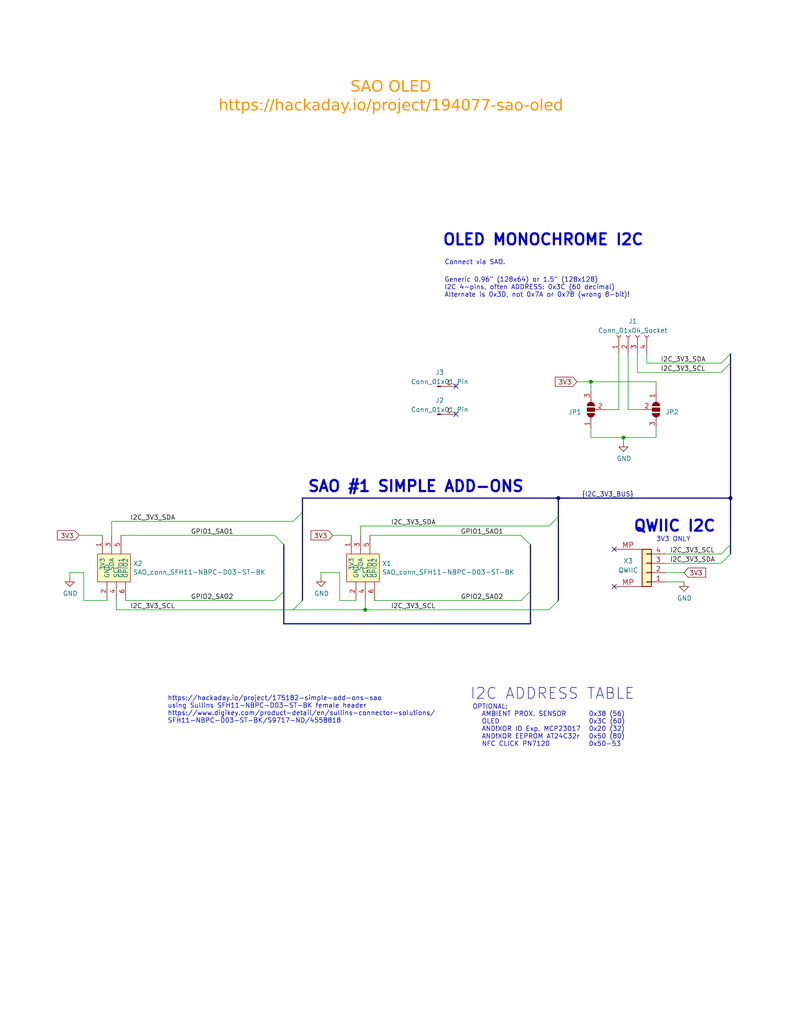
<source format=kicad_sch>
(kicad_sch (version 20231120) (generator "eeschema") (generator_version "8.0")
  (paper "A" portrait)
  (title_block (title "SAO_OLED") (date "2023-09-17") (rev "0.1") (company "Concept and design by Andy Geppert @ www.MachineIdeas.com") (comment 3 "As prototyped") (comment 4 "All non-polarized capacitors are X7R or X5R ceramic unless otherwise noted."))
  (lib_symbols
    (symbol "CORE_64_LIBRARY:Connector_QWIIC_4x1_MP" (pin_names (offset 1.016) hide)
      (property "Reference" "J" (at 0 5.08 0))
      (property "Value" "Connector_QWIIC_4x1_MP" (at 0 -7.62 0))
      (symbol "Connector_QWIIC_4x1_MP_1_1"
        (rectangle (start -1.27 -4.953) (end 0 -5.207) (stroke (width 0.1524)))
        (rectangle (start -1.27 -2.413) (end 0 -2.667) (stroke (width 0.1524)))
        (rectangle (start -1.27 0.127) (end 0 -0.127) (stroke (width 0.1524)))
        (rectangle (start -1.27 2.667) (end 0 2.413) (stroke (width 0.1524)))
        (rectangle (start -1.27 3.81) (end 1.27 -6.35) (stroke (width 0.254)) (fill (type background)))
        (pin passive line (at -5.08 2.54 0) (length 3.81) (name "Pin_1") (number "1"))
        (pin passive line (at -5.08 0 0) (length 3.81) (name "Pin_2") (number "2"))
        (pin passive line (at -5.08 -2.54 0) (length 3.81) (name "Pin_3") (number "3"))
        (pin passive line (at -5.08 -5.08 0) (length 3.81) (name "Pin_4") (number "4"))
        (pin free line (at 8.89 -6.35 180) (length 7.62) (name "MP") (number "MP"))
        (pin free line (at 8.89 3.81 180) (length 7.62) (name "MP") (number "MP"))
      )
    )
    (symbol "CORE_64_LIBRARY:SAO_conn_SFH11-NBPC-D03-ST-BK-badgelife_shitty_addon_v169bis" (pin_names (offset 1.016))
      (property "Reference" "X2" (at 4.5466 -0.0762 0))
      (property "Value" "SAO_conn_SFH11-NBPC-D03-ST-BK-badgelife_shitty_addon_v169bis" (at 4.5466 -2.4384 0))
      (symbol "SAO_conn_SFH11-NBPC-D03-ST-BK-badgelife_shitty_addon_v169bis_0_1"
        (rectangle (start -5.08 2.54) (end 3.81 -5.08) (fill (type background)))
      )
      (symbol "SAO_conn_SFH11-NBPC-D03-ST-BK-badgelife_shitty_addon_v169bis_1_1"
        (pin input line (at -3.81 7.62 270) (length 5.08) (name "3V3") (number "1"))
        (pin input line (at -2.54 -10.16 90) (length 5.08) (name "GND") (number "2"))
        (pin input line (at -1.27 7.62 270) (length 5.08) (name "SDA") (number "3"))
        (pin input line (at 0 -10.16 90) (length 5.08) (name "SCL") (number "4"))
        (pin input line (at 1.27 7.62 270) (length 5.08) (name "GPIO1") (number "5"))
        (pin input line (at 2.54 -10.16 90) (length 5.08) (name "GPIO2") (number "6"))
      )
    )
    (symbol "CORE_64_LIBRARY:SolderJumper_3_Open-Jumper" (pin_names (offset 0) hide)
      (property "Reference" "JP1" (at -1.27 2.54 90))
      (symbol "SolderJumper_3_Open-Jumper_0_1"
        (arc (start -1.016 1.016) (mid -2.0276 0) (end -1.016 -1.016))
        (arc (start -1.016 1.016) (mid -2.0276 0) (end -1.016 -1.016) (fill (type outline)))
        (rectangle (start -0.508 1.016) (end 0.508 -1.016) (fill (type outline)))
        (polyline (pts (xy -2.54 0) (xy -2.032 0)))
        (polyline (pts (xy -1.016 1.016) (xy -1.016 -1.016)))
        (polyline (pts (xy 0 -1.27) (xy 0 -1.016)))
        (polyline (pts (xy 1.016 1.016) (xy 1.016 -1.016)))
        (polyline (pts (xy 2.54 0) (xy 2.032 0)))
        (arc (start 1.016 -1.016) (mid 2.0276 0) (end 1.016 1.016))
        (arc (start 1.016 -1.016) (mid 2.0276 0) (end 1.016 1.016) (fill (type outline)))
      )
      (symbol "SolderJumper_3_Open-Jumper_1_1"
        (pin passive line (at -5.08 0 0) (length 2.54) (name "A") (number "1"))
        (pin input line (at 0 -3.81 90) (length 2.54) (name "C") (number "2"))
        (pin passive line (at 5.08 0 180) (length 2.54) (name "B") (number "3"))
      )
    )
    (symbol "Connector:Conn_01x01_Pin" (pin_names (offset 1.016) hide)
      (property "Reference" "J" (at 0 2.54 0))
      (property "Value" "Conn_01x01_Pin" (at 0 -2.54 0))
      (symbol "Conn_01x01_Pin_1_1"
        (polyline (pts (xy 1.27 0) (xy 0.8636 0)) (stroke (width 0.1524)))
        (rectangle (start 0.8636 0.127) (end 0 -0.127) (stroke (width 0.1524)) (fill (type outline)))
        (pin passive line (at 5.08 0 180) (length 3.81) (name "Pin_1") (number "1"))
      )
    )
    (symbol "Connector:Conn_01x04_Socket" (pin_names (offset 1.016) hide)
      (property "Reference" "J" (at 0 5.08 0))
      (property "Value" "Conn_01x04_Socket" (at 0 -7.62 0))
      (symbol "Conn_01x04_Socket_1_1"
        (arc (start 0 -4.572) (mid -0.5058 -5.08) (end 0 -5.588) (stroke (width 0.1524)))
        (arc (start 0 -2.032) (mid -0.5058 -2.54) (end 0 -3.048) (stroke (width 0.1524)))
        (polyline (pts (xy -1.27 -5.08) (xy -0.508 -5.08)) (stroke (width 0.1524)))
        (polyline (pts (xy -1.27 -2.54) (xy -0.508 -2.54)) (stroke (width 0.1524)))
        (polyline (pts (xy -1.27 0) (xy -0.508 0)) (stroke (width 0.1524)))
        (polyline (pts (xy -1.27 2.54) (xy -0.508 2.54)) (stroke (width 0.1524)))
        (arc (start 0 0.508) (mid -0.5058 0) (end 0 -0.508) (stroke (width 0.1524)))
        (arc (start 0 3.048) (mid -0.5058 2.54) (end 0 2.032) (stroke (width 0.1524)))
        (pin passive line (at -5.08 2.54 0) (length 3.81) (name "Pin_1") (number "1"))
        (pin passive line (at -5.08 0 0) (length 3.81) (name "Pin_2") (number "2"))
        (pin passive line (at -5.08 -2.54 0) (length 3.81) (name "Pin_3") (number "3"))
        (pin passive line (at -5.08 -5.08 0) (length 3.81) (name "Pin_4") (number "4"))
      )
    )
    (symbol "power:GND" (power) (pin_names (offset 0))
      (property "Value" "GND" (at 0 -3.81 0))
      (symbol "GND_0_1"
        (polyline (pts (xy 0 0) (xy 0 -1.27) (xy 1.27 -1.27) (xy 0 -2.54) (xy -1.27 -1.27) (xy 0 -1.27)))
      )
      (symbol "GND_1_1"
        (pin power_in line (at 0 0 270) (length 0) hide (name "GND") (number "1"))
      )
    )
  )
  (bus_alias "CA_SHIFT_REGISTER_BUS" (members "CM_SR_CLK" "CM_SR_LAT" "CM_SR_~{OE}" "CM_SR_SER1"))
  (bus_alias "CM_TRANSISTOR_DRIVE_BUS" (members "CM_Q1N" "CM_Q1P" "CM_Q2N" "CM_Q2P" "CM_Q3N" "CM_Q3P" "CM_Q4N" "CM_Q4P" "CM_Q5N" "CM_Q5P" "CM_Q6N" "CM_Q6P" "CM_Q7N" "CM_Q7P" "CM_Q8N" "CM_Q8P" "CM_Q9N" "CM_Q9P" "CM_Q10N" "CM_Q10P" "CA_SR_GPO_A" "CA_SR_GPO_B" "CA_SR_GPO_C" "CA_SR_GPO_D"))
  (bus_alias "GPIO_CPS_BUS" (members "GPIO1_CP1_SAO1" "GPIO2_CP2_SAO2" "GPIO3_CP3_DC" "GPIO4_CP4_CS2" "GPIO5_CP5_HS1" "GPIO6_CP6_HS2" "GPIO7_CP7_HS3" "GPIO8_CP8_HS4"))
  (bus_alias "I2C_3V3_BUS" (members "I2C_3V3_SCL" "I2C_3V3_SDA"))
  (bus_alias "SPI_3V3_BUS" (members "SPI_CD" "SPI_RESET" "SPI_SDI" "SPI_CS1" "SPI_CLK" "SPI_SDO"))
  (junction (at 152.4 135.89))
  (junction (at 161.29 104.14))
  (junction (at 99.695 166.37))
  (junction (at 170.18 119.38))
  (junction (at 199.39 135.89))
  (no_connect (at 124.46 105.41))
  (no_connect (at 167.64 160.02))
  (no_connect (at 167.64 149.86))
  (no_connect (at 124.46 113.03))
  (bus_entry (at 77.47 148.59) (size -2.54 -2.54))
  (bus_entry (at 80.01 166.37) (size 2.54 -2.54))
  (bus_entry (at 149.86 143.51) (size 2.54 -2.54))
  (bus_entry (at 196.85 151.13) (size 2.54 -2.54))
  (bus_entry (at 196.85 153.67) (size 2.54 -2.54))
  (bus_entry (at 144.78 148.59) (size -2.54 -2.54))
  (bus_entry (at 142.24 163.83) (size 2.54 -2.54))
  (bus_entry (at 80.01 142.24) (size 2.54 -2.54))
  (bus_entry (at 74.93 163.83) (size 2.54 -2.54))
  (bus_entry (at 149.86 166.37) (size 2.54 -2.54))
  (bus_entry (at 196.85 101.6) (size 2.54 -2.54))
  (bus_entry (at 196.85 99.06) (size 2.54 -2.54))
  (wire (pts (xy 181.61 158.75) (xy 186.69 158.75)))
  (wire (pts (xy 176.53 99.06) (xy 176.53 96.52)))
  (wire (pts (xy 99.695 166.37) (xy 149.86 166.37)))
  (wire (pts (xy 168.91 96.52) (xy 168.91 111.76)))
  (bus (pts (xy 152.4 135.89) (xy 82.55 135.89)))
  (wire (pts (xy 181.61 151.13) (xy 196.85 151.13)))
  (wire (pts (xy 176.53 99.06) (xy 196.85 99.06)))
  (wire (pts (xy 100.965 146.05) (xy 142.24 146.05)))
  (wire (pts (xy 21.59 146.05) (xy 27.94 146.05)))
  (bus (pts (xy 77.47 161.29) (xy 77.47 170.18)))
  (wire (pts (xy 31.75 166.37) (xy 80.01 166.37)))
  (wire (pts (xy 173.99 101.6) (xy 196.85 101.6)))
  (bus (pts (xy 199.39 135.89) (xy 199.39 148.59)))
  (wire (pts (xy 161.29 104.14) (xy 179.07 104.14)))
  (wire (pts (xy 30.48 142.24) (xy 80.01 142.24)))
  (bus (pts (xy 144.78 170.18) (xy 144.78 161.29)))
  (bus (pts (xy 199.39 96.52) (xy 199.39 99.06)))
  (wire (pts (xy 173.99 101.6) (xy 173.99 96.52)))
  (wire (pts (xy 99.695 166.37) (xy 99.695 163.83)))
  (wire (pts (xy 22.86 156.21) (xy 22.86 163.83)))
  (wire (pts (xy 19.05 157.48) (xy 19.05 156.21)))
  (wire (pts (xy 181.61 156.21) (xy 186.69 156.21)))
  (bus (pts (xy 199.39 148.59) (xy 199.39 151.13)))
  (bus (pts (xy 82.55 135.89) (xy 82.55 139.7)))
  (wire (pts (xy 165.1 111.76) (xy 168.91 111.76)))
  (wire (pts (xy 92.71 163.83) (xy 97.155 163.83)))
  (wire (pts (xy 161.29 116.84) (xy 161.29 119.38)))
  (wire (pts (xy 22.86 163.83) (xy 29.21 163.83)))
  (wire (pts (xy 34.29 163.83) (xy 74.93 163.83)))
  (wire (pts (xy 87.63 157.48) (xy 87.63 156.21)))
  (wire (pts (xy 19.05 156.21) (xy 22.86 156.21)))
  (wire (pts (xy 179.07 119.38) (xy 170.18 119.38)))
  (wire (pts (xy 161.29 104.14) (xy 161.29 106.68)))
  (wire (pts (xy 181.61 153.67) (xy 196.85 153.67)))
  (wire (pts (xy 33.02 146.05) (xy 74.93 146.05)))
  (bus (pts (xy 152.4 135.89) (xy 199.39 135.89)))
  (wire (pts (xy 87.63 156.21) (xy 92.71 156.21)))
  (wire (pts (xy 170.18 119.38) (xy 161.29 119.38)))
  (wire (pts (xy 31.75 163.83) (xy 31.75 166.37)))
  (wire (pts (xy 30.48 146.05) (xy 30.48 142.24)))
  (wire (pts (xy 171.45 111.76) (xy 175.26 111.76)))
  (bus (pts (xy 152.4 135.89) (xy 152.4 140.97)))
  (wire (pts (xy 179.07 116.84) (xy 179.07 119.38)))
  (wire (pts (xy 157.48 104.14) (xy 161.29 104.14)))
  (wire (pts (xy 80.01 166.37) (xy 99.695 166.37)))
  (bus (pts (xy 77.47 170.18) (xy 144.78 170.18)))
  (bus (pts (xy 82.55 139.7) (xy 82.55 163.83)))
  (wire (pts (xy 179.07 104.14) (xy 179.07 106.68)))
  (bus (pts (xy 199.39 99.06) (xy 199.39 135.89)))
  (wire (pts (xy 98.425 143.51) (xy 98.425 146.05)))
  (bus (pts (xy 77.47 148.59) (xy 77.47 161.29)))
  (wire (pts (xy 92.71 156.21) (xy 92.71 163.83)))
  (wire (pts (xy 170.18 119.38) (xy 170.18 120.65)))
  (wire (pts (xy 98.425 143.51) (xy 149.86 143.51)))
  (wire (pts (xy 171.45 96.52) (xy 171.45 111.76)))
  (wire (pts (xy 90.805 146.05) (xy 95.885 146.05)))
  (wire (pts (xy 102.235 163.83) (xy 142.24 163.83)))
  (bus (pts (xy 152.4 140.97) (xy 152.4 163.83)))
  (bus (pts (xy 144.78 161.29) (xy 144.78 148.59)))
  (text "AMBIENT PROX. SENSOR\nOLED\nAND!XOR IO Exp. MCP23017\nAND!XOR EEPROM AT24C32r\nNFC CLICK PN7120\n" (at 131.445 203.835 0) (effects (font (size 1.27 1.27)) (justify left bottom)))
  (text "https://hackaday.io/project/175182-simple-add-ons-sao\nusing Sullins SFH11-NBPC-D03-ST-BK female header\nhttps://www.digikey.com/product-detail/en/sullins-connector-solutions/\nSFH11-NBPC-D03-ST-BK/S9717-ND/4558818" (at 45.72 197.485 0) (effects (font (size 1.27 1.27)) (justify left bottom)))
  (text "SAO #1 SIMPLE ADD-ONS" (at 83.82 134.62 0) (effects (font (size 3 3) (thickness 0.6) (bold yes)) (justify left bottom)))
  (text "Generic 0.96” (128x64) or 1.5” (128x128)\nI2C 4-pins, often ADDRESS: 0x3C (60 decimal)\nAlternate is 0x3D, not 0x7A or 0x78 (wrong 8-bit)!" (at 121.285 81.28 0) (effects (font (size 1.27 1.27)) (justify left bottom)))
  (text "SAO OLED\nhttps://hackaday.io/project/194077-sao-oled" (at 106.68 27.305 0) (effects (font (size 3.048 3.048))))
  (text "Connect via SAO." (at 121.285 72.39 0) (effects (font (size 1.27 1.27)) (justify left bottom)))
  (text "I2C ADDRESS TABLE" (at 128.27 191.135 0) (effects (font (size 2.9972 2.9972)) (justify left bottom)))
  (text "3V3 ONLY" (at 179.07 147.955 0) (effects (font (size 1.27 1.27)) (justify left bottom)))
  (text "0x38 (56)\n0x3C (60)\n0x20 (32)\n0x50 (80)\n0x50-53" (at 160.655 203.835 0) (effects (font (size 1.27 1.27)) (justify left bottom)))
  (text "QWIIC I2C" (at 172.72 145.415 0) (effects (font (size 3 3) (thickness 0.6) (bold yes)) (justify left bottom)))
  (text "OPTIONAL:" (at 128.905 193.675 0) (effects (font (size 1.27 1.27)) (justify left bottom)))
  (text "OLED MONOCHROME I2C" (at 120.65 67.31 0) (effects (font (size 3 3) (thickness 0.6) (bold yes)) (justify left bottom)))
  (label "GPIO1_SAO1" (at 125.73 146.05 0))
  (label "GPIO1_SAO1" (at 52.07 146.05 0))
  (label "{I2C_3V3_BUS}" (at 158.75 135.89 0))
  (label "I2C_3V3_SCL" (at 35.56 166.37 0))
  (label "I2C_3V3_SCL" (at 180.34 101.6 0))
  (label "I2C_3V3_SDA" (at 106.68 143.51 0))
  (label "I2C_3V3_SDA" (at 180.34 99.06 0))
  (label "I2C_3V3_SCL" (at 182.88 151.13 0))
  (label "I2C_3V3_SDA" (at 182.88 153.67 0))
  (label "I2C_3V3_SCL" (at 106.68 166.37 0))
  (label "I2C_3V3_SDA" (at 35.56 142.24 0))
  (label "GPIO2_SAO2" (at 52.07 163.83 0))
  (label "GPIO2_SAO2" (at 125.73 163.83 0))
  (global_label "3V3" (shape input) (at 21.59 146.05 180) (property "Intersheetrefs" "${INTERSHEET_REFS}" (effects (hide yes))))
  (global_label "3V3" (shape input) (at 186.69 156.21 0) (property "Intersheetrefs" "${INTERSHEET_REFS}" (effects (hide yes))))
  (global_label "3V3" (shape input) (at 90.805 146.05 180) (property "Intersheetrefs" "${INTERSHEET_REFS}" (effects (hide yes))))
  (global_label "3V3" (shape input) (at 157.48 104.14 180) (property "Intersheetrefs" "${INTERSHEET_REFS}" (effects (hide yes))))
  (symbol (lib_id "power:GND") (at 170.18 120.65 0) (unit 1)
    (property "Reference" "#PWR02" (effects (hide yes)))
    (property "Value" "GND" (at 170.307 125.095 0))
  )
  (symbol (lib_id "power:GND") (at 186.69 158.75 0) (unit 1)
    (property "Reference" "#PWR0160" (effects (hide yes)))
    (property "Value" "GND" (at 186.817 163.195 0))
  )
  (symbol (lib_id "power:GND") (at 87.63 157.48 0) (unit 1)
    (property "Reference" "#PWR0159" (effects (hide yes)))
    (property "Value" "GND" (at 87.757 161.925 0))
  )
  (symbol (lib_id "CORE_64_LIBRARY:Connector_QWIIC_4x1_MP") (at 176.53 156.21 180) (unit 1)
    (property "Reference" "X3" (at 171.45 153.035 0))
    (property "Value" "QWIIC" (at 171.45 155.575 0))
    (property "Footprint" "Connector_JST:JST_SH_SM04B-SRSS-TB_1x04-1MP_P1.00mm_Horizontal" (effects (hide yes)))
    (property "Description" "JST_SH_SM04B-SRSS-TB_1x04" (effects (hide yes)))
    (property "LCSC" "C160404" (effects (hide yes)))
    (property "Insert" "YES" (effects (hide yes)))
    (property "Digi-Key_PN" "455-SM04B-SRSS-TBTR-ND" (effects (hide yes)))
    (property "MPN" "SM04B-SRSS-TB" (effects (hide yes)))
    (property "Manufacturer" "JST" (effects (hide yes)))
  )
  (symbol (lib_id "power:GND") (at 19.05 157.48 0) (unit 1)
    (property "Reference" "#PWR01" (effects (hide yes)))
    (property "Value" "GND" (at 19.177 161.925 0))
  )
  (symbol (lib_id "Connector:Conn_01x01_Pin") (at 119.38 113.03 0) (unit 1)
    (property "Reference" "J2" (at 120.015 109.22 0))
    (property "Value" "Conn_01x01_Pin" (at 120.015 111.76 0))
    (property "Footprint" "Connector_PinHeader_2.54mm:PinHeader_1x01_P2.54mm_Vertical" (effects (hide yes)))
  )
  (symbol (lib_id "Connector:Conn_01x04_Socket") (at 171.45 91.44 90) (unit 1)
    (property "Reference" "J1" (at 172.72 87.63 90))
    (property "Value" "Conn_01x04_Socket" (at 172.72 90.17 90))
    (property "Footprint" "Connector_PinHeader_2.54mm:PinHeader_1x04_P2.54mm_Vertical" (effects (hide yes)))
  )
  (symbol (lib_id "Connector:Conn_01x01_Pin") (at 119.38 105.41 0) (unit 1)
    (property "Reference" "J3" (at 120.015 101.6 0))
    (property "Value" "Conn_01x01_Pin" (at 120.015 104.14 0))
    (property "Footprint" "Connector_PinHeader_2.54mm:PinHeader_1x01_P2.54mm_Vertical" (effects (hide yes)))
  )
  (symbol (lib_id "CORE_64_LIBRARY:SolderJumper_3_Open-Jumper") (at 179.07 111.76 270) (unit 1)
    (property "Reference" "JP2" (at 181.61 112.395 90) (effects (justify left)))
    (property "Value" "SolderJumper_3_Open-Jumper" (effects (hide yes)))
    (property "Footprint" "Jumper:SolderJumper-3_P1.3mm_Open_Pad1.0x1.5mm_NumberLabels" (effects (hide yes)))
    (property "Insert?" "No" (effects (hide yes)))
  )
  (symbol (lib_id "CORE_64_LIBRARY:SolderJumper_3_Open-Jumper") (at 161.29 111.76 90) (unit 1)
    (property "Reference" "JP1" (at 158.75 112.395 90) (effects (justify left)))
    (property "Value" "SolderJumper_3_Open-Jumper" (effects (hide yes)))
    (property "Footprint" "Jumper:SolderJumper-3_P1.3mm_Open_Pad1.0x1.5mm_NumberLabels" (effects (hide yes)))
    (property "Insert?" "No" (effects (hide yes)))
  )
  (symbol (lib_id "CORE_64_LIBRARY:SAO_conn_SFH11-NBPC-D03-ST-BK-badgelife_shitty_addon_v169bis") (at 31.75 153.67 0) (unit 1)
    (property "Reference" "X2" (at 36.2966 153.7462 0) (effects (justify left)))
    (property "Value" "SAO_conn_SFH11-NBPC-D03-ST-BK" (at 36.2966 156.1084 0) (effects (justify left)))
    (property "Footprint" "Core_64_KiCad_Library:Badgelife-SAOv169-BADGE-2x3" (effects (hide yes)))
    (property "Description" "CONN HDR 6POS KEYED SOCKET 0.1 T.H." (effects (hide yes)))
    (property "MPN" "SFH11-NBPC-D03-ST-BK" (effects (hide yes)))
    (property "User Optional" "yes" (effects (hide yes)))
    (property "Insert" "NO" (effects (hide yes)))
    (property "Manufacturer" "Sullins" (effects (hide yes)))
  )
  (symbol (lib_id "CORE_64_LIBRARY:SAO_conn_SFH11-NBPC-D03-ST-BK-badgelife_shitty_addon_v169bis") (at 99.695 153.67 0) (unit 1)
    (property "Reference" "X1" (at 104.2416 153.7462 0) (effects (justify left)))
    (property "Value" "SAO_conn_SFH11-NBPC-D03-ST-BK" (at 104.2416 156.1084 0) (effects (justify left)))
    (property "Footprint" "Core_64_KiCad_Library:Badgelife-SAOv169-BADGE-2x3" (effects (hide yes)))
    (property "Description" "CONN HDR 6POS KEYED SOCKET 0.1 T.H." (effects (hide yes)))
    (property "MPN" "SFH11-NBPC-D03-ST-BK" (effects (hide yes)))
    (property "User Optional" "yes" (effects (hide yes)))
    (property "Insert" "NO" (effects (hide yes)))
    (property "Manufacturer" "Sullins" (effects (hide yes)))
  )
)
</source>
